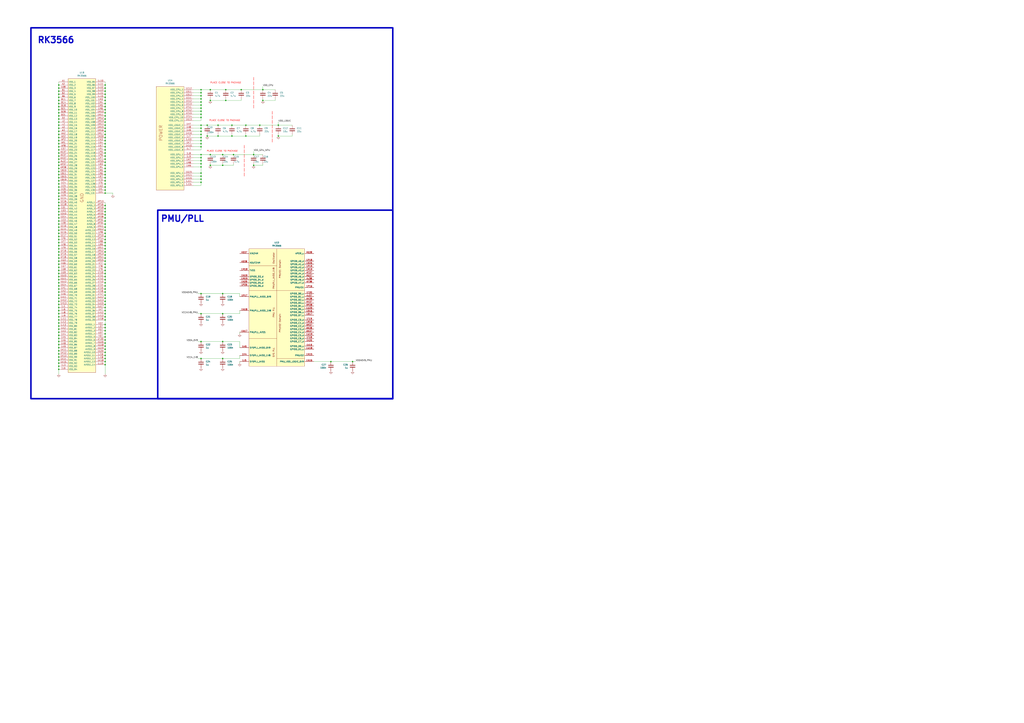
<source format=kicad_sch>
(kicad_sch (version 20250114) (generator "eeschema") (generator_version "9.0")
  (paper "A1")
  (rectangle (start 129.54 172.72) (end 322.58 327.66) (stroke (width 1.27)))
  (rectangle (start 25.4 22.86) (end 322.58 327.66) (stroke (width 1.27)))
  (text "PLACE CLOSE TO PACKAGE\n" (at 182.626 124.206 0) (effects (font (size 1.27 1.27))))
  (text "PLACE CLOSE TO PACKAGE\n" (at 184.658 99.06 0) (effects (font (size 1.27 1.27))))
  (text "PMU/PLL\n" (at 149.86 179.832 0) (effects (font (size 5.08 5.08) (thickness 1.016) (bold yes))))
  (text "RK3566\n" (at 45.974 33.02 0) (effects (font (size 5.08 5.08) (thickness 1.016) (bold yes))))
  (text "PLACE CLOSE TO PACKAGE\n" (at 185.42 68.072 0) (effects (font (size 1.27 1.27))))
  (junction (at 172.72 82.55))
  (junction (at 48.26 219.71))
  (junction (at 48.26 242.57))
  (junction (at 48.26 113.03))
  (junction (at 48.26 257.81))
  (junction (at 86.36 191.77))
  (junction (at 86.36 87.63))
  (junction (at 48.26 199.39))
  (junction (at 86.36 229.87))
  (junction (at 182.88 257.81))
  (junction (at 86.36 292.1))
  (junction (at 48.26 151.13))
  (junction (at 48.26 273.05))
  (junction (at 86.36 140.97))
  (junction (at 48.26 237.49))
  (junction (at 86.36 214.63))
  (junction (at 48.26 74.93))
  (junction (at 172.72 127))
  (junction (at 165.1 113.03))
  (junction (at 48.26 298.45))
  (junction (at 86.36 247.65))
  (junction (at 213.36 102.87))
  (junction (at 86.36 105.41))
  (junction (at 289.56 297.18))
  (junction (at 48.26 303.53))
  (junction (at 182.88 280.67))
  (junction (at 165.1 76.2))
  (junction (at 48.26 280.67))
  (junction (at 48.26 115.57))
  (junction (at 208.28 127))
  (junction (at 165.1 115.57))
  (junction (at 185.42 82.55))
  (junction (at 48.26 173.99))
  (junction (at 48.26 102.87))
  (junction (at 86.36 204.47))
  (junction (at 86.36 181.61))
  (junction (at 86.36 276.86))
  (junction (at 182.88 294.64))
  (junction (at 48.26 250.19))
  (junction (at 48.26 204.47))
  (junction (at 86.36 217.17))
  (junction (at 165.1 294.64))
  (junction (at 165.1 142.24))
  (junction (at 48.26 252.73))
  (junction (at 86.36 234.95))
  (junction (at 165.1 127))
  (junction (at 48.26 222.25))
  (junction (at 165.1 73.66))
  (junction (at 201.93 111.76))
  (junction (at 86.36 77.47))
  (junction (at 215.9 73.66))
  (junction (at 48.26 138.43))
  (junction (at 48.26 128.27))
  (junction (at 86.36 219.71))
  (junction (at 86.36 173.99))
  (junction (at 86.36 92.71))
  (junction (at 48.26 161.29))
  (junction (at 215.9 82.55))
  (junction (at 86.36 201.93))
  (junction (at 86.36 102.87))
  (junction (at 86.36 284.48))
  (junction (at 48.26 85.09))
  (junction (at 48.26 245.11))
  (junction (at 86.36 209.55))
  (junction (at 86.36 100.33))
  (junction (at 48.26 207.01))
  (junction (at 86.36 184.15))
  (junction (at 86.36 269.24))
  (junction (at 165.1 134.62))
  (junction (at 165.1 83.82))
  (junction (at 86.36 279.4))
  (junction (at 48.26 209.55))
  (junction (at 48.26 158.75))
  (junction (at 86.36 118.11))
  (junction (at 86.36 90.17))
  (junction (at 86.36 130.81))
  (junction (at 48.26 212.09))
  (junction (at 86.36 107.95))
  (junction (at 182.88 127))
  (junction (at 48.26 240.03))
  (junction (at 48.26 156.21))
  (junction (at 86.36 156.21))
  (junction (at 48.26 179.07))
  (junction (at 86.36 158.75))
  (junction (at 165.1 91.44))
  (junction (at 48.26 80.01))
  (junction (at 86.36 260.35))
  (junction (at 48.26 176.53))
  (junction (at 48.26 110.49))
  (junction (at 48.26 146.05))
  (junction (at 48.26 69.85))
  (junction (at 48.26 260.35))
  (junction (at 48.26 234.95))
  (junction (at 48.26 290.83))
  (junction (at 48.26 143.51))
  (junction (at 48.26 181.61))
  (junction (at 48.26 92.71))
  (junction (at 48.26 72.39))
  (junction (at 86.36 123.19))
  (junction (at 48.26 194.31))
  (junction (at 48.26 168.91))
  (junction (at 48.26 262.89))
  (junction (at 165.1 144.78))
  (junction (at 165.1 81.28))
  (junction (at 48.26 189.23))
  (junction (at 48.26 278.13))
  (junction (at 48.26 148.59))
  (junction (at 86.36 82.55))
  (junction (at 86.36 281.94))
  (junction (at 86.36 294.64))
  (junction (at 86.36 72.39))
  (junction (at 86.36 179.07))
  (junction (at 86.36 212.09))
  (junction (at 86.36 135.89))
  (junction (at 179.07 111.76))
  (junction (at 48.26 224.79))
  (junction (at 165.1 137.16))
  (junction (at 86.36 69.85))
  (junction (at 48.26 100.33))
  (junction (at 165.1 241.3))
  (junction (at 165.1 280.67))
  (junction (at 48.26 285.75))
  (junction (at 86.36 85.09))
  (junction (at 86.36 186.69))
  (junction (at 208.28 135.89))
  (junction (at 48.26 232.41))
  (junction (at 86.36 125.73))
  (junction (at 86.36 289.56))
  (junction (at 48.26 153.67))
  (junction (at 86.36 194.31))
  (junction (at 86.36 245.11))
  (junction (at 86.36 237.49))
  (junction (at 48.26 82.55))
  (junction (at 228.6 111.76))
  (junction (at 48.26 166.37))
  (junction (at 86.36 138.43))
  (junction (at 48.26 270.51))
  (junction (at 198.12 73.66))
  (junction (at 48.26 105.41))
  (junction (at 86.36 74.93))
  (junction (at 48.26 95.25))
  (junction (at 185.42 73.66))
  (junction (at 86.36 176.53))
  (junction (at 86.36 143.51))
  (junction (at 48.26 217.17))
  (junction (at 165.1 147.32))
  (junction (at 165.1 93.98))
  (junction (at 86.36 148.59))
  (junction (at 86.36 199.39))
  (junction (at 165.1 120.65))
  (junction (at 86.36 110.49))
  (junction (at 48.26 133.35))
  (junction (at 48.26 90.17))
  (junction (at 86.36 207.01))
  (junction (at 86.36 97.79))
  (junction (at 86.36 227.33))
  (junction (at 86.36 287.02))
  (junction (at 165.1 129.54))
  (junction (at 86.36 113.03))
  (junction (at 48.26 267.97))
  (junction (at 165.1 107.95))
  (junction (at 48.26 288.29))
  (junction (at 170.18 102.87))
  (junction (at 86.36 133.35))
  (junction (at 48.26 196.85))
  (junction (at 86.36 171.45))
  (junction (at 190.5 111.76))
  (junction (at 172.72 135.89))
  (junction (at 179.07 102.87))
  (junction (at 86.36 271.78))
  (junction (at 48.26 295.91))
  (junction (at 86.36 297.18))
  (junction (at 86.36 274.32))
  (junction (at 48.26 123.19))
  (junction (at 48.26 293.37))
  (junction (at 165.1 105.41))
  (junction (at 86.36 257.81))
  (junction (at 165.1 110.49))
  (junction (at 86.36 146.05))
  (junction (at 48.26 283.21))
  (junction (at 86.36 242.57))
  (junction (at 182.88 241.3))
  (junction (at 86.36 80.01))
  (junction (at 48.26 255.27))
  (junction (at 48.26 120.65))
  (junction (at 86.36 222.25))
  (junction (at 48.26 77.47))
  (junction (at 48.26 229.87))
  (junction (at 165.1 78.74))
  (junction (at 86.36 262.89))
  (junction (at 165.1 86.36))
  (junction (at 86.36 120.65))
  (junction (at 86.36 266.7))
  (junction (at 165.1 102.87))
  (junction (at 86.36 240.03))
  (junction (at 48.26 275.59))
  (junction (at 165.1 96.52))
  (junction (at 48.26 125.73))
  (junction (at 86.36 115.57))
  (junction (at 86.36 189.23))
  (junction (at 48.26 163.83))
  (junction (at 86.36 128.27))
  (junction (at 86.36 224.79))
  (junction (at 172.72 73.66))
  (junction (at 48.26 87.63))
  (junction (at 48.26 214.63))
  (junction (at 48.26 171.45))
  (junction (at 86.36 255.27))
  (junction (at 86.36 299.72))
  (junction (at 48.26 97.79))
  (junction (at 170.18 111.76))
  (junction (at 86.36 95.25))
  (junction (at 86.36 153.67))
  (junction (at 48.26 107.95))
  (junction (at 86.36 232.41))
  (junction (at 48.26 227.33))
  (junction (at 48.26 186.69))
  (junction (at 48.26 191.77))
  (junction (at 165.1 88.9))
  (junction (at 165.1 257.81))
  (junction (at 48.26 247.65))
  (junction (at 86.36 151.13))
  (junction (at 165.1 149.86))
  (junction (at 48.26 140.97))
  (junction (at 165.1 132.08))
  (junction (at 48.26 118.11))
  (junction (at 191.77 127))
  (junction (at 48.26 201.93))
  (junction (at 190.5 102.87))
  (junction (at 271.78 297.18))
  (junction (at 86.36 250.19))
  (junction (at 48.26 300.99))
  (junction (at 86.36 168.91))
  (junction (at 48.26 265.43))
  (junction (at 165.1 118.11))
  (junction (at 182.88 135.89))
  (junction (at 86.36 252.73))
  (junction (at 201.93 102.87))
  (junction (at 228.6 102.87))
  (junction (at 48.26 130.81))
  (junction (at 86.36 196.85))
  (junction (at 48.26 135.89))
  (junction (at 48.26 184.15))
  (wire (pts (xy 271.78 297.18) (xy 257.81 297.18)))
  (wire (pts (xy 86.36 123.19) (xy 86.36 125.73)))
  (wire (pts (xy 213.36 111.76) (xy 213.36 110.49)))
  (wire (pts (xy 165.1 134.62) (xy 165.1 137.16)))
  (wire (pts (xy 179.07 102.87) (xy 190.5 102.87)))
  (wire (pts (xy 86.36 217.17) (xy 86.36 219.71)))
  (wire (pts (xy 86.36 281.94) (xy 86.36 284.48)))
  (wire (pts (xy 86.36 274.32) (xy 86.36 276.86)))
  (wire (pts (xy 86.36 222.25) (xy 86.36 224.79)))
  (wire (pts (xy 48.26 148.59) (xy 48.26 151.13)))
  (wire (pts (xy 86.36 287.02) (xy 86.36 289.56)))
  (wire (pts (xy 215.9 73.66) (xy 226.06 73.66)))
  (wire (pts (xy 165.1 115.57) (xy 165.1 118.11)))
  (wire (pts (xy 215.9 82.55) (xy 215.9 81.28)))
  (wire (pts (xy 158.75 81.28) (xy 165.1 81.28)))
  (wire (pts (xy 48.26 224.79) (xy 48.26 227.33)))
  (wire (pts (xy 213.36 102.87) (xy 228.6 102.87)))
  (wire (pts (xy 86.36 234.95) (xy 86.36 237.49)))
  (wire (pts (xy 48.26 69.85) (xy 48.26 72.39)))
  (polyline (pts (xy 223.52 116.84) (xy 223.52 91.44)) (stroke (width 0.254) (type dash) (color 255 0 0 1)))
  (wire (pts (xy 48.26 278.13) (xy 48.26 280.67)))
  (wire (pts (xy 48.26 219.71) (xy 48.26 222.25)))
  (wire (pts (xy 215.9 134.62) (xy 215.9 135.89)))
  (wire (pts (xy 86.36 191.77) (xy 86.36 194.31)))
  (wire (pts (xy 86.36 140.97) (xy 86.36 143.51)))
  (wire (pts (xy 48.26 240.03) (xy 48.26 242.57)))
  (wire (pts (xy 86.36 118.11) (xy 86.36 120.65)))
  (wire (pts (xy 182.88 134.62) (xy 182.88 135.89)))
  (wire (pts (xy 165.1 142.24) (xy 165.1 144.78)))
  (wire (pts (xy 86.36 247.65) (xy 86.36 250.19)))
  (wire (pts (xy 86.36 289.56) (xy 86.36 292.1)))
  (wire (pts (xy 48.26 77.47) (xy 48.26 80.01)))
  (wire (pts (xy 86.36 107.95) (xy 86.36 110.49)))
  (wire (pts (xy 201.93 102.87) (xy 213.36 102.87)))
  (wire (pts (xy 48.26 283.21) (xy 48.26 285.75)))
  (wire (pts (xy 86.36 110.49) (xy 86.36 113.03)))
  (wire (pts (xy 48.26 120.65) (xy 48.26 123.19)))
  (wire (pts (xy 86.36 72.39) (xy 86.36 74.93)))
  (wire (pts (xy 48.26 146.05) (xy 48.26 148.59)))
  (wire (pts (xy 170.18 111.76) (xy 179.07 111.76)))
  (wire (pts (xy 158.75 142.24) (xy 165.1 142.24)))
  (wire (pts (xy 48.26 80.01) (xy 48.26 82.55)))
  (wire (pts (xy 86.36 212.09) (xy 86.36 214.63)))
  (wire (pts (xy 158.75 129.54) (xy 165.1 129.54)))
  (wire (pts (xy 158.75 73.66) (xy 165.1 73.66)))
  (wire (pts (xy 86.36 128.27) (xy 86.36 130.81)))
  (wire (pts (xy 48.26 143.51) (xy 48.26 146.05)))
  (wire (pts (xy 240.03 111.76) (xy 240.03 110.49)))
  (wire (pts (xy 86.36 186.69) (xy 86.36 189.23)))
  (wire (pts (xy 172.72 134.62) (xy 172.72 135.89)))
  (wire (pts (xy 158.75 102.87) (xy 165.1 102.87)))
  (wire (pts (xy 48.26 140.97) (xy 48.26 143.51)))
  (wire (pts (xy 86.36 85.09) (xy 86.36 87.63)))
  (wire (pts (xy 48.26 267.97) (xy 48.26 270.51)))
  (wire (pts (xy 201.93 111.76) (xy 213.36 111.76)))
  (wire (pts (xy 48.26 300.99) (xy 48.26 303.53)))
  (wire (pts (xy 48.26 189.23) (xy 48.26 191.77)))
  (wire (pts (xy 86.36 171.45) (xy 86.36 173.99)))
  (wire (pts (xy 48.26 105.41) (xy 48.26 107.95)))
  (wire (pts (xy 48.26 234.95) (xy 48.26 237.49)))
  (wire (pts (xy 158.75 127) (xy 165.1 127)))
  (wire (pts (xy 48.26 153.67) (xy 48.26 156.21)))
  (wire (pts (xy 185.42 82.55) (xy 172.72 82.55)))
  (wire (pts (xy 158.75 99.06) (xy 165.1 99.06)))
  (wire (pts (xy 179.07 111.76) (xy 179.07 110.49)))
  (wire (pts (xy 172.72 135.89) (xy 182.88 135.89)))
  (wire (pts (xy 48.26 156.21) (xy 48.26 158.75)))
  (wire (pts (xy 48.26 171.45) (xy 48.26 173.99)))
  (wire (pts (xy 170.18 111.76) (xy 170.18 110.49)))
  (wire (pts (xy 158.75 86.36) (xy 165.1 86.36)))
  (wire (pts (xy 48.26 262.89) (xy 48.26 265.43)))
  (wire (pts (xy 228.6 111.76) (xy 240.03 111.76)))
  (wire (pts (xy 86.36 97.79) (xy 86.36 100.33)))
  (wire (pts (xy 165.1 83.82) (xy 165.1 86.36)))
  (wire (pts (xy 86.36 176.53) (xy 86.36 179.07)))
  (wire (pts (xy 86.36 184.15) (xy 86.36 186.69)))
  (wire (pts (xy 48.26 113.03) (xy 48.26 115.57)))
  (wire (pts (xy 48.26 87.63) (xy 48.26 90.17)))
  (wire (pts (xy 48.26 125.73) (xy 48.26 128.27)))
  (wire (pts (xy 48.26 151.13) (xy 48.26 153.67)))
  (wire (pts (xy 86.36 189.23) (xy 86.36 191.77)))
  (wire (pts (xy 48.26 92.71) (xy 48.26 95.25)))
  (wire (pts (xy 48.26 97.79) (xy 48.26 100.33)))
  (wire (pts (xy 165.1 280.67) (xy 182.88 280.67)))
  (wire (pts (xy 86.36 133.35) (xy 86.36 135.89)))
  (wire (pts (xy 162.56 257.81) (xy 165.1 257.81)))
  (wire (pts (xy 165.1 91.44) (xy 165.1 93.98)))
  (wire (pts (xy 48.26 173.99) (xy 48.26 176.53)))
  (wire (pts (xy 292.1 297.18) (xy 289.56 297.18)))
  (wire (pts (xy 165.1 147.32) (xy 165.1 149.86)))
  (wire (pts (xy 48.26 265.43) (xy 48.26 267.97)))
  (wire (pts (xy 182.88 127) (xy 191.77 127)))
  (wire (pts (xy 48.26 199.39) (xy 48.26 201.93)))
  (wire (pts (xy 162.56 241.3) (xy 165.1 241.3)))
  (wire (pts (xy 86.36 67.31) (xy 86.36 69.85)))
  (wire (pts (xy 48.26 74.93) (xy 48.26 77.47)))
  (wire (pts (xy 86.36 130.81) (xy 86.36 133.35)))
  (wire (pts (xy 48.26 82.55) (xy 48.26 85.09)))
  (wire (pts (xy 48.26 179.07) (xy 48.26 181.61)))
  (wire (pts (xy 48.26 123.19) (xy 48.26 125.73)))
  (wire (pts (xy 198.12 82.55) (xy 198.12 81.28)))
  (wire (pts (xy 196.85 280.67) (xy 196.85 285.75)))
  (wire (pts (xy 86.36 120.65) (xy 86.36 123.19)))
  (wire (pts (xy 226.06 82.55) (xy 226.06 81.28)))
  (wire (pts (xy 158.75 132.08) (xy 165.1 132.08)))
  (wire (pts (xy 191.77 134.62) (xy 191.77 135.89)))
  (wire (pts (xy 48.26 245.11) (xy 48.26 247.65)))
  (wire (pts (xy 86.36 240.03) (xy 86.36 242.57)))
  (wire (pts (xy 86.36 294.64) (xy 86.36 297.18)))
  (wire (pts (xy 196.85 274.32) (xy 196.85 273.05)))
  (wire (pts (xy 165.1 107.95) (xy 165.1 110.49)))
  (wire (pts (xy 48.26 138.43) (xy 48.26 140.97)))
  (wire (pts (xy 86.36 105.41) (xy 86.36 107.95)))
  (wire (pts (xy 48.26 295.91) (xy 48.26 298.45)))
  (wire (pts (xy 86.36 181.61) (xy 86.36 184.15)))
  (wire (pts (xy 86.36 219.71) (xy 86.36 222.25)))
  (wire (pts (xy 215.9 71.12) (xy 215.9 73.66)))
  (wire (pts (xy 158.75 152.4) (xy 165.1 152.4)))
  (wire (pts (xy 86.36 138.43) (xy 86.36 140.97)))
  (wire (pts (xy 165.1 93.98) (xy 165.1 96.52)))
  (wire (pts (xy 86.36 196.85) (xy 86.36 199.39)))
  (wire (pts (xy 158.75 120.65) (xy 165.1 120.65)))
  (wire (pts (xy 158.75 144.78) (xy 165.1 144.78)))
  (wire (pts (xy 48.26 285.75) (xy 48.26 288.29)))
  (wire (pts (xy 185.42 81.28) (xy 185.42 82.55)))
  (wire (pts (xy 86.36 143.51) (xy 86.36 146.05)))
  (wire (pts (xy 208.28 135.89) (xy 215.9 135.89)))
  (wire (pts (xy 179.07 111.76) (xy 190.5 111.76)))
  (wire (pts (xy 48.26 85.09) (xy 48.26 87.63)))
  (wire (pts (xy 208.28 124.46) (xy 208.28 127)))
  (wire (pts (xy 92.71 158.75) (xy 92.71 160.02)))
  (wire (pts (xy 48.26 212.09) (xy 48.26 214.63)))
  (wire (pts (xy 198.12 73.66) (xy 215.9 73.66)))
  (wire (pts (xy 158.75 83.82) (xy 165.1 83.82)))
  (wire (pts (xy 86.36 255.27) (xy 86.36 257.81)))
  (wire (pts (xy 86.36 260.35) (xy 86.36 262.89)))
  (wire (pts (xy 165.1 81.28) (xy 165.1 83.82)))
  (wire (pts (xy 86.36 262.89) (xy 86.36 266.7)))
  (wire (pts (xy 48.26 270.51) (xy 48.26 273.05)))
  (wire (pts (xy 86.36 135.89) (xy 86.36 138.43)))
  (wire (pts (xy 48.26 293.37) (xy 48.26 295.91)))
  (wire (pts (xy 158.75 91.44) (xy 165.1 91.44)))
  (wire (pts (xy 86.36 250.19) (xy 86.36 252.73)))
  (wire (pts (xy 86.36 201.93) (xy 86.36 204.47)))
  (wire (pts (xy 86.36 257.81) (xy 86.36 260.35)))
  (wire (pts (xy 165.1 88.9) (xy 165.1 91.44)))
  (wire (pts (xy 165.1 96.52) (xy 165.1 99.06)))
  (wire (pts (xy 191.77 135.89) (xy 182.88 135.89)))
  (wire (pts (xy 190.5 111.76) (xy 201.93 111.76)))
  (wire (pts (xy 86.36 242.57) (xy 86.36 245.11)))
  (wire (pts (xy 86.36 125.73) (xy 86.36 128.27)))
  (wire (pts (xy 86.36 269.24) (xy 86.36 271.78)))
  (wire (pts (xy 48.26 176.53) (xy 48.26 179.07)))
  (wire (pts (xy 158.75 107.95) (xy 165.1 107.95)))
  (wire (pts (xy 165.1 73.66) (xy 165.1 76.2)))
  (wire (pts (xy 182.88 257.81) (xy 196.85 257.81)))
  (wire (pts (xy 165.1 241.3) (xy 182.88 241.3)))
  (wire (pts (xy 158.75 76.2) (xy 165.1 76.2)))
  (wire (pts (xy 48.26 288.29) (xy 48.26 290.83)))
  (wire (pts (xy 48.26 118.11) (xy 48.26 120.65)))
  (wire (pts (xy 48.26 250.19) (xy 48.26 252.73)))
  (wire (pts (xy 172.72 127) (xy 182.88 127)))
  (wire (pts (xy 86.36 80.01) (xy 86.36 82.55)))
  (wire (pts (xy 86.36 179.07) (xy 86.36 181.61)))
  (wire (pts (xy 162.56 280.67) (xy 165.1 280.67)))
  (wire (pts (xy 86.36 92.71) (xy 86.36 95.25)))
  (wire (pts (xy 158.75 115.57) (xy 165.1 115.57)))
  (wire (pts (xy 48.26 158.75) (xy 48.26 161.29)))
  (wire (pts (xy 86.36 245.11) (xy 86.36 247.65)))
  (wire (pts (xy 158.75 134.62) (xy 165.1 134.62)))
  (wire (pts (xy 228.6 100.33) (xy 228.6 102.87)))
  (wire (pts (xy 86.36 224.79) (xy 86.36 227.33)))
  (wire (pts (xy 165.1 129.54) (xy 165.1 132.08)))
  (wire (pts (xy 48.26 107.95) (xy 48.26 110.49)))
  (wire (pts (xy 158.75 123.19) (xy 165.1 123.19)))
  (wire (pts (xy 86.36 95.25) (xy 86.36 97.79)))
  (wire (pts (xy 48.26 298.45) (xy 48.26 300.99)))
  (wire (pts (xy 86.36 158.75) (xy 92.71 158.75)))
  (wire (pts (xy 158.75 88.9) (xy 165.1 88.9)))
  (wire (pts (xy 86.36 207.01) (xy 86.36 209.55)))
  (wire (pts (xy 86.36 173.99) (xy 86.36 176.53)))
  (wire (pts (xy 86.36 69.85) (xy 86.36 72.39)))
  (wire (pts (xy 48.26 194.31) (xy 48.26 196.85)))
  (wire (pts (xy 86.36 204.47) (xy 86.36 207.01)))
  (wire (pts (xy 48.26 161.29) (xy 48.26 163.83)))
  (wire (pts (xy 172.72 82.55) (xy 172.72 81.28)))
  (wire (pts (xy 228.6 102.87) (xy 240.03 102.87)))
  (wire (pts (xy 48.26 207.01) (xy 48.26 209.55)))
  (wire (pts (xy 48.26 237.49) (xy 48.26 240.03)))
  (wire (pts (xy 48.26 217.17) (xy 48.26 219.71)))
  (wire (pts (xy 48.26 181.61) (xy 48.26 184.15)))
  (wire (pts (xy 48.26 110.49) (xy 48.26 113.03)))
  (wire (pts (xy 86.36 100.33) (xy 86.36 102.87)))
  (wire (pts (xy 86.36 276.86) (xy 86.36 279.4)))
  (wire (pts (xy 196.85 257.81) (xy 196.85 255.27)))
  (wire (pts (xy 86.36 74.93) (xy 86.36 77.47)))
  (wire (pts (xy 48.26 186.69) (xy 48.26 189.23)))
  (wire (pts (xy 48.26 166.37) (xy 48.26 168.91)))
  (wire (pts (xy 165.1 120.65) (xy 165.1 123.19)))
  (wire (pts (xy 48.26 290.83) (xy 48.26 293.37)))
  (wire (pts (xy 86.36 227.33) (xy 86.36 229.87)))
  (wire (pts (xy 215.9 82.55) (xy 226.06 82.55)))
  (wire (pts (xy 86.36 284.48) (xy 86.36 287.02)))
  (wire (pts (xy 48.26 303.53) (xy 48.26 307.34)))
  (wire (pts (xy 48.26 115.57) (xy 48.26 118.11)))
  (wire (pts (xy 86.36 77.47) (xy 86.36 80.01)))
  (wire (pts (xy 165.1 73.66) (xy 172.72 73.66)))
  (wire (pts (xy 86.36 292.1) (xy 86.36 294.64)))
  (wire (pts (xy 86.36 156.21) (xy 86.36 158.75)))
  (wire (pts (xy 190.5 102.87) (xy 201.93 102.87)))
  (wire (pts (xy 196.85 241.3) (xy 196.85 243.84)))
  (wire (pts (xy 86.36 148.59) (xy 86.36 151.13)))
  (wire (pts (xy 48.26 102.87) (xy 48.26 105.41)))
  (wire (pts (xy 48.26 133.35) (xy 48.26 135.89)))
  (wire (pts (xy 86.36 168.91) (xy 86.36 171.45)))
  (wire (pts (xy 48.26 229.87) (xy 48.26 232.41)))
  (wire (pts (xy 48.26 222.25) (xy 48.26 224.79)))
  (wire (pts (xy 165.1 102.87) (xy 165.1 105.41)))
  (wire (pts (xy 86.36 299.72) (xy 86.36 307.34)))
  (wire (pts (xy 86.36 199.39) (xy 86.36 201.93)))
  (wire (pts (xy 158.75 78.74) (xy 165.1 78.74)))
  (wire (pts (xy 185.42 73.66) (xy 198.12 73.66)))
  (wire (pts (xy 86.36 229.87) (xy 86.36 232.41)))
  (wire (pts (xy 48.26 257.81) (xy 48.26 260.35)))
  (wire (pts (xy 185.42 82.55) (xy 198.12 82.55)))
  (wire (pts (xy 208.28 134.62) (xy 208.28 135.89)))
  (wire (pts (xy 158.75 96.52) (xy 165.1 96.52)))
  (wire (pts (xy 165.1 86.36) (xy 165.1 88.9)))
  (wire (pts (xy 208.28 127) (xy 215.9 127)))
  (wire (pts (xy 172.72 73.66) (xy 185.42 73.66)))
  (wire (pts (xy 86.36 279.4) (xy 86.36 281.94)))
  (wire (pts (xy 191.77 127) (xy 208.28 127)))
  (wire (pts (xy 165.1 294.64) (xy 182.88 294.64)))
  (wire (pts (xy 48.26 90.17) (xy 48.26 92.71)))
  (wire (pts (xy 165.1 76.2) (xy 165.1 78.74)))
  (wire (pts (xy 48.26 72.39) (xy 48.26 74.93)))
  (wire (pts (xy 190.5 111.76) (xy 190.5 110.49)))
  (wire (pts (xy 165.1 132.08) (xy 165.1 134.62)))
  (wire (pts (xy 201.93 111.76) (xy 201.93 110.49)))
  (wire (pts (xy 48.26 232.41) (xy 48.26 234.95)))
  (wire (pts (xy 158.75 147.32) (xy 165.1 147.32)))
  (wire (pts (xy 165.1 102.87) (xy 170.18 102.87)))
  (wire (pts (xy 165.1 118.11) (xy 165.1 120.65)))
  (wire (pts (xy 86.36 115.57) (xy 86.36 118.11)))
  (wire (pts (xy 170.18 102.87) (xy 179.07 102.87)))
  (wire (pts (xy 86.36 166.37) (xy 86.36 168.91)))
  (wire (pts (xy 86.36 214.63) (xy 86.36 217.17)))
  (wire (pts (xy 228.6 110.49) (xy 228.6 111.76)))
  (wire (pts (xy 48.26 242.57) (xy 48.26 245.11)))
  (polyline (pts (xy 208.28 88.9) (xy 208.28 63.5)) (stroke (width 0.254) (type dash) (color 255 0 0 1)))
  (wire (pts (xy 196.85 294.64) (xy 196.85 292.1)))
  (wire (pts (xy 48.26 184.15) (xy 48.26 186.69)))
  (wire (pts (xy 86.36 237.49) (xy 86.36 240.03)))
  (wire (pts (xy 48.26 280.67) (xy 48.26 283.21)))
  (wire (pts (xy 86.36 194.31) (xy 86.36 196.85)))
  (wire (pts (xy 86.36 82.55) (xy 86.36 85.09)))
  (wire (pts (xy 48.26 273.05) (xy 48.26 275.59)))
  (wire (pts (xy 48.26 191.77) (xy 48.26 194.31)))
  (wire (pts (xy 86.36 102.87) (xy 86.36 105.41)))
  (wire (pts (xy 48.26 95.25) (xy 48.26 97.79)))
  (wire (pts (xy 86.36 113.03) (xy 86.36 115.57)))
  (wire (pts (xy 165.1 127) (xy 172.72 127)))
  (wire (pts (xy 48.26 275.59) (xy 48.26 278.13)))
  (wire (pts (xy 48.26 252.73) (xy 48.26 255.27)))
  (wire (pts (xy 165.1 113.03) (xy 165.1 115.57)))
  (wire (pts (xy 48.26 227.33) (xy 48.26 229.87)))
  (wire (pts (xy 165.1 137.16) (xy 165.1 142.24)))
  (wire (pts (xy 182.88 294.64) (xy 196.85 294.64)))
  (wire (pts (xy 165.1 110.49) (xy 165.1 113.03)))
  (wire (pts (xy 48.26 260.35) (xy 48.26 262.89)))
  (wire (pts (xy 48.26 67.31) (xy 48.26 69.85)))
  (wire (pts (xy 158.75 93.98) (xy 165.1 93.98)))
  (wire (pts (xy 165.1 257.81) (xy 182.88 257.81)))
  (wire (pts (xy 86.36 252.73) (xy 86.36 255.27)))
  (wire (pts (xy 196.85 297.18) (xy 196.85 298.45)))
  (wire (pts (xy 48.26 247.65) (xy 48.26 250.19)))
  (wire (pts (xy 48.26 196.85) (xy 48.26 199.39)))
  (wire (pts (xy 48.26 128.27) (xy 48.26 130.81)))
  (wire (pts (xy 158.75 110.49) (xy 165.1 110.49)))
  (wire (pts (xy 48.26 168.91) (xy 48.26 171.45)))
  (wire (pts (xy 86.36 209.55) (xy 86.36 212.09)))
  (wire (pts (xy 158.75 105.41) (xy 165.1 105.41)))
  (wire (pts (xy 165.1 127) (xy 165.1 129.54)))
  (wire (pts (xy 86.36 146.05) (xy 86.36 148.59)))
  (wire (pts (xy 158.75 149.86) (xy 165.1 149.86)))
  (wire (pts (xy 48.26 214.63) (xy 48.26 217.17)))
  (polyline (pts (xy 200.66 144.78) (xy 200.66 119.38)) (stroke (width 0.254) (type dash) (color 255 0 0 1)))
  (wire (pts (xy 158.75 137.16) (xy 165.1 137.16)))
  (wire (pts (xy 48.26 130.81) (xy 48.26 133.35)))
  (wire (pts (xy 48.26 201.93) (xy 48.26 204.47)))
  (wire (pts (xy 182.88 241.3) (xy 196.85 241.3)))
  (wire (pts (xy 86.36 271.78) (xy 86.36 274.32)))
  (wire (pts (xy 86.36 153.67) (xy 86.36 156.21)))
  (wire (pts (xy 86.36 151.13) (xy 86.36 153.67)))
  (wire (pts (xy 48.26 100.33) (xy 48.26 102.87)))
  (wire (pts (xy 48.26 209.55) (xy 48.26 212.09)))
  (wire (pts (xy 162.56 294.64) (xy 165.1 294.64)))
  (wire (pts (xy 165.1 144.78) (xy 165.1 147.32)))
  (wire (pts (xy 182.88 280.67) (xy 196.85 280.67)))
  (wire (pts (xy 165.1 105.41) (xy 165.1 107.95)))
  (wire (pts (xy 165.1 149.86) (xy 165.1 152.4)))
  (wire (pts (xy 48.26 135.89) (xy 48.26 138.43)))
  (wire (pts (xy 48.26 255.27) (xy 48.26 257.81)))
  (wire (pts (xy 158.75 113.03) (xy 165.1 113.03)))
  (wire (pts (xy 48.26 163.83) (xy 48.26 166.37)))
  (wire (pts (xy 48.26 204.47) (xy 48.26 207.01)))
  (wire (pts (xy 165.1 78.74) (xy 165.1 81.28)))
  (wire (pts (xy 158.75 118.11) (xy 165.1 118.11)))
  (wire (pts (xy 86.36 232.41) (xy 86.36 234.95)))
  (wire (pts (xy 86.36 90.17) (xy 86.36 92.71)))
  (wire (pts (xy 86.36 87.63) (xy 86.36 90.17)))
  (wire (pts (xy 289.56 297.18) (xy 271.78 297.18)))
  (wire (pts (xy 86.36 266.7) (xy 86.36 269.24)))
  (wire (pts (xy 86.36 297.18) (xy 86.36 299.72)))
  (label "VDDA_0V9" (at 162.56 280.67 180))
  (label "VDDA0V9_PMU" (at 292.1 297.18 0))
  (label "VCCA1V8_PMU" (at 162.56 257.81 180))
  (label "VDDA0V9_PMU" (at 162.56 241.3 180))
  (label "VCCA_1V8" (at 162.56 294.64 180))
  (label "VDD_GPU_NPU" (at 208.28 124.46 0))
  (label "VDD_LOGIC" (at 228.6 100.33 0))
  (label "VDD_CPU" (at 215.9 71.12 0))
  (symbol (lib_id "power:GND") (at 48.26 307.34 0) (unit 1)
    (property "Reference" "#PWR0207" (effects (hide yes)))
    (property "Value" "GND" (effects (hide yes)))
  )
  (symbol (lib_id "Device:C") (at 226.06 77.47 0) (unit 1)
    (property "Reference" "C5" (at 229.87 76.1999 0) (effects (justify left)))
    (property "Value" "22u" (at 229.87 78.7399 0) (effects (justify left)))
    (property "Description" "Unpolarized capacitor" (effects (hide yes)))
  )
  (symbol (lib_id "Device:C") (at 182.88 245.11 0) (unit 1)
    (property "Reference" "C18" (at 186.69 243.8399 0) (effects (justify left)))
    (property "Value" "100n" (at 186.69 246.3799 0) (effects (justify left)))
    (property "Description" "Unpolarized capacitor" (effects (hide yes)))
  )
  (symbol (lib_name "GND_1") (lib_id "power:GND") (at 196.85 298.45 0) (unit 1)
    (property "Reference" "#PWR02" (effects (hide yes)))
    (property "Value" "GND" (effects (hide yes)))
    (property "Description" "Power symbol creates a global label with name \"GND\" , ground" (effects (hide yes)))
  )
  (symbol (lib_id "Device:C") (at 213.36 106.68 0) (unit 1)
    (property "Reference" "C9" (at 217.17 105.4099 0) (effects (justify left)))
    (property "Value" "22u" (at 217.17 107.9499 0) (effects (justify left)))
    (property "Description" "Unpolarized capacitor" (effects (hide yes)))
  )
  (symbol (lib_id "Device:C") (at 179.07 106.68 0) (unit 1)
    (property "Reference" "C6" (at 182.88 105.4099 0) (effects (justify left)))
    (property "Value" "4.7u" (at 182.88 107.9499 0) (effects (justify left)))
    (property "Description" "Unpolarized capacitor" (effects (hide yes)))
  )
  (symbol (lib_id "Device:C") (at 190.5 106.68 0) (unit 1)
    (property "Reference" "C7" (at 194.31 105.4099 0) (effects (justify left)))
    (property "Value" "4.7u" (at 194.31 107.9499 0) (effects (justify left)))
    (property "Description" "Unpolarized capacitor" (effects (hide yes)))
  )
  (symbol (lib_id "Device:C") (at 208.28 130.81 0) (unit 1)
    (property "Reference" "C17" (at 208.788 128.778 0) (effects (justify left)))
    (property "Value" "10u" (at 208.788 132.842 0) (effects (justify left)))
    (property "Description" "Unpolarized capacitor" (effects (hide yes)))
  )
  (symbol (lib_name "GND_1") (lib_id "power:GND") (at 165.1 288.29 0) (unit 1)
    (property "Reference" "#PWR07" (effects (hide yes)))
    (property "Value" "GND" (effects (hide yes)))
    (property "Description" "Power symbol creates a global label with name \"GND\" , ground" (effects (hide yes)))
  )
  (symbol (lib_id "power:GND") (at 170.18 111.76 0) (unit 1)
    (property "Reference" "#PWR0212" (effects (hide yes)))
    (property "Value" "GND" (effects (hide yes)))
  )
  (symbol (lib_id "Device:C") (at 165.1 284.48 0) (unit 1)
    (property "Reference" "C22" (at 168.91 283.2099 0) (effects (justify left)))
    (property "Value" "1u" (at 168.91 285.75 0) (effects (justify left)))
    (property "Description" "Unpolarized capacitor" (effects (hide yes)))
  )
  (symbol (lib_name "GND_1") (lib_id "power:GND") (at 182.88 302.26 0) (unit 1)
    (property "Reference" "#PWR010" (effects (hide yes)))
    (property "Value" "GND" (effects (hide yes)))
    (property "Description" "Power symbol creates a global label with name \"GND\" , ground" (effects (hide yes)))
  )
  (symbol (lib_id "power:GND") (at 215.9 82.55 0) (unit 1)
    (property "Reference" "#PWR0211" (effects (hide yes)))
    (property "Value" "GND" (effects (hide yes)))
  )
  (symbol (lib_id "Device:C") (at 228.6 106.68 0) (unit 1)
    (property "Reference" "C12" (at 232.41 105.4099 0) (effects (justify left)))
    (property "Value" "10u" (at 232.41 107.9499 0) (effects (justify left)))
    (property "Description" "Unpolarized capacitor" (effects (hide yes)))
  )
  (symbol (lib_id "Device:C") (at 172.72 130.81 0) (unit 1)
    (property "Reference" "C13" (at 173.228 128.778 0) (effects (justify left)))
    (property "Value" "100n" (at 173.228 132.842 0) (effects (justify left)))
    (property "Description" "Unpolarized capacitor" (effects (hide yes)))
  )
  (symbol (lib_id "SMB-CPU-Rockchip-RK3566:RK3566") (at 67.31 134.62 0) (unit 2)
    (property "Reference" "U1" (at 67.31 59.69 0))
    (property "Value" "RK3566" (at 67.31 62.23 0))
  )
  (symbol (lib_id "Device:C") (at 182.88 261.62 0) (unit 1)
    (property "Reference" "C20" (at 186.69 260.3499 0) (effects (justify left)))
    (property "Value" "100n" (at 186.69 262.8899 0) (effects (justify left)))
    (property "Description" "Unpolarized capacitor" (effects (hide yes)))
  )
  (symbol (lib_id "power:GND") (at 92.71 160.02 0) (unit 1)
    (property "Reference" "#PWR0209" (effects (hide yes)))
    (property "Value" "GND" (effects (hide yes)))
  )
  (symbol (lib_name "GND_1") (lib_id "power:GND") (at 165.1 302.26 0) (unit 1)
    (property "Reference" "#PWR09" (effects (hide yes)))
    (property "Value" "GND" (effects (hide yes)))
    (property "Description" "Power symbol creates a global label with name \"GND\" , ground" (effects (hide yes)))
  )
  (symbol (lib_id "Device:C") (at 165.1 298.45 0) (unit 1)
    (property "Reference" "C24" (at 168.91 297.1799 0) (effects (justify left)))
    (property "Value" "1u" (at 168.91 299.72 0) (effects (justify left)))
    (property "Description" "Unpolarized capacitor" (effects (hide yes)))
  )
  (symbol (lib_id "power:GND") (at 208.28 135.89 0) (unit 1)
    (property "Reference" "#PWR0215" (effects (hide yes)))
    (property "Value" "GND" (effects (hide yes)))
  )
  (symbol (lib_name "GND_1") (lib_id "power:GND") (at 165.1 248.92 0) (unit 1)
    (property "Reference" "#PWR03" (effects (hide yes)))
    (property "Value" "GND" (effects (hide yes)))
    (property "Description" "Power symbol creates a global label with name \"GND\" , ground" (effects (hide yes)))
  )
  (symbol (lib_id "Device:C") (at 271.78 300.99 0) (mirror y) (unit 1)
    (property "Reference" "C27" (at 267.97 299.7199 0) (effects (justify left)))
    (property "Value" "100n" (at 267.97 302.2599 0) (effects (justify left)))
    (property "Description" "Unpolarized capacitor" (effects (hide yes)))
  )
  (symbol (lib_id "power:GND") (at 172.72 135.89 0) (unit 1)
    (property "Reference" "#PWR0214" (effects (hide yes)))
    (property "Value" "GND" (effects (hide yes)))
  )
  (symbol (lib_id "Device:C") (at 170.18 106.68 0) (unit 1)
    (property "Reference" "C10" (at 170.688 104.648 0) (effects (justify left)))
    (property "Value" "100n" (at 170.688 108.712 0) (effects (justify left)))
    (property "Description" "Unpolarized capacitor" (effects (hide yes)))
  )
  (symbol (lib_name "GND_1") (lib_id "power:GND") (at 196.85 274.32 0) (unit 1)
    (property "Reference" "#PWR01" (effects (hide yes)))
    (property "Value" "GND" (effects (hide yes)))
    (property "Description" "Power symbol creates a global label with name \"GND\" , ground" (effects (hide yes)))
  )
  (symbol (lib_id "Device:C") (at 215.9 77.47 0) (unit 1)
    (property "Reference" "C4" (at 219.71 76.1999 0) (effects (justify left)))
    (property "Value" "22u" (at 219.71 78.7399 0) (effects (justify left)))
    (property "Description" "Unpolarized capacitor" (effects (hide yes)))
  )
  (symbol (lib_name "GND_1") (lib_id "power:GND") (at 182.88 288.29 0) (unit 1)
    (property "Reference" "#PWR08" (effects (hide yes)))
    (property "Value" "GND" (effects (hide yes)))
    (property "Description" "Power symbol creates a global label with name \"GND\" , ground" (effects (hide yes)))
  )
  (symbol (lib_name "GND_1") (lib_id "power:GND") (at 271.78 304.8 0) (mirror y) (unit 1)
    (property "Reference" "#PWR012" (effects (hide yes)))
    (property "Value" "GND" (effects (hide yes)))
    (property "Description" "Power symbol creates a global label with name \"GND\" , ground" (effects (hide yes)))
  )
  (symbol (lib_id "Device:C") (at 215.9 130.81 0) (unit 1)
    (property "Reference" "C16" (at 216.408 128.778 0) (effects (justify left)))
    (property "Value" "22u" (at 216.408 132.842 0) (effects (justify left)))
    (property "Description" "Unpolarized capacitor" (effects (hide yes)))
  )
  (symbol (lib_id "SMB-CPU-Rockchip-RK3566:RK3566") (at 215.9 274.32 0) (unit 4)
    (property "Reference" "U1" (at 227.33 199.39 0))
    (property "Value" "RK3566" (at 227.33 201.93 0))
  )
  (symbol (lib_name "GND_1") (lib_id "power:GND") (at 182.88 248.92 0) (unit 1)
    (property "Reference" "#PWR04" (effects (hide yes)))
    (property "Value" "GND" (effects (hide yes)))
    (property "Description" "Power symbol creates a global label with name \"GND\" , ground" (effects (hide yes)))
  )
  (symbol (lib_id "Device:C") (at 185.42 77.47 0) (unit 1)
    (property "Reference" "C2" (at 189.23 76.1999 0) (effects (justify left)))
    (property "Value" "4.7u" (at 189.23 78.7399 0) (effects (justify left)))
    (property "Description" "Unpolarized capacitor" (effects (hide yes)))
  )
  (symbol (lib_id "SMB-CPU-Rockchip-RK3566:RK3566") (at 139.7 140.97 0) (unit 1)
    (property "Reference" "U1" (at 139.7 66.04 0))
    (property "Value" "RK3566" (at 139.7 68.58 0))
  )
  (symbol (lib_id "Device:C") (at 191.77 130.81 0) (unit 1)
    (property "Reference" "C15" (at 192.278 128.778 0) (effects (justify left)))
    (property "Value" "4.7u" (at 192.278 132.842 0) (effects (justify left)))
    (property "Description" "Unpolarized capacitor" (effects (hide yes)))
  )
  (symbol (lib_id "Device:C") (at 201.93 106.68 0) (unit 1)
    (property "Reference" "C8" (at 205.74 105.4099 0) (effects (justify left)))
    (property "Value" "4.7u" (at 205.74 107.9499 0) (effects (justify left)))
    (property "Description" "Unpolarized capacitor" (effects (hide yes)))
  )
  (symbol (lib_id "Device:C") (at 172.72 77.47 0) (unit 1)
    (property "Reference" "C1" (at 176.53 76.1999 0) (effects (justify left)))
    (property "Value" "4.7u" (at 176.53 78.7399 0) (effects (justify left)))
    (property "Description" "Unpolarized capacitor" (effects (hide yes)))
  )
  (symbol (lib_id "Device:C") (at 182.88 298.45 0) (unit 1)
    (property "Reference" "C25" (at 186.69 297.1799 0) (effects (justify left)))
    (property "Value" "100n" (at 186.69 299.7199 0) (effects (justify left)))
    (property "Description" "Unpolarized capacitor" (effects (hide yes)))
  )
  (symbol (lib_id "Device:C") (at 289.56 300.99 0) (mirror y) (unit 1)
    (property "Reference" "C26" (at 285.75 299.7199 0) (effects (justify left)))
    (property "Value" "1u" (at 285.75 302.26 0) (effects (justify left)))
    (property "Description" "Unpolarized capacitor" (effects (hide yes)))
  )
  (symbol (lib_name "GND_1") (lib_id "power:GND") (at 289.56 304.8 0) (mirror y) (unit 1)
    (property "Reference" "#PWR011" (effects (hide yes)))
    (property "Value" "GND" (effects (hide yes)))
    (property "Description" "Power symbol creates a global label with name \"GND\" , ground" (effects (hide yes)))
  )
  (symbol (lib_id "Device:C") (at 165.1 261.62 0) (unit 1)
    (property "Reference" "C21" (at 168.91 260.3499 0) (effects (justify left)))
    (property "Value" "1u" (at 168.91 262.89 0) (effects (justify left)))
    (property "Description" "Unpolarized capacitor" (effects (hide yes)))
  )
  (symbol (lib_name "GND_1") (lib_id "power:GND") (at 165.1 265.43 0) (unit 1)
    (property "Reference" "#PWR06" (effects (hide yes)))
    (property "Value" "GND" (effects (hide yes)))
    (property "Description" "Power symbol creates a global label with name \"GND\" , ground" (effects (hide yes)))
  )
  (symbol (lib_name "GND_1") (lib_id "power:GND") (at 182.88 265.43 0) (unit 1)
    (property "Reference" "#PWR05" (effects (hide yes)))
    (property "Value" "GND" (effects (hide yes)))
    (property "Description" "Power symbol creates a global label with name \"GND\" , ground" (effects (hide yes)))
  )
  (symbol (lib_id "Device:C") (at 165.1 245.11 0) (unit 1)
    (property "Reference" "C19" (at 168.91 243.8399 0) (effects (justify left)))
    (property "Value" "1u" (at 168.91 246.38 0) (effects (justify left)))
    (property "Description" "Unpolarized capacitor" (effects (hide yes)))
  )
  (symbol (lib_id "power:GND") (at 228.6 111.76 0) (unit 1)
    (property "Reference" "#PWR0213" (effects (hide yes)))
    (property "Value" "GND" (effects (hide yes)))
  )
  (symbol (lib_id "power:GND") (at 86.36 307.34 0) (unit 1)
    (property "Reference" "#PWR0208" (effects (hide yes)))
    (property "Value" "GND" (effects (hide yes)))
  )
  (symbol (lib_id "Device:C") (at 182.88 130.81 0) (unit 1)
    (property "Reference" "C14" (at 183.388 128.778 0) (effects (justify left)))
    (property "Value" "22u" (at 183.388 132.842 0) (effects (justify left)))
    (property "Description" "Unpolarized capacitor" (effects (hide yes)))
  )
  (symbol (lib_id "power:GND") (at 172.72 82.55 0) (unit 1)
    (property "Reference" "#PWR0210" (effects (hide yes)))
    (property "Value" "GND" (effects (hide yes)))
  )
  (symbol (lib_id "Device:C") (at 198.12 77.47 0) (unit 1)
    (property "Reference" "C3" (at 201.93 76.1999 0) (effects (justify left)))
    (property "Value" "22u" (at 201.93 78.7399 0) (effects (justify left)))
    (property "Description" "Unpolarized capacitor" (effects (hide yes)))
  )
  (symbol (lib_id "Device:C") (at 182.88 284.48 0) (unit 1)
    (property "Reference" "C23" (at 186.69 283.2099 0) (effects (justify left)))
    (property "Value" "100n" (at 186.69 285.7499 0) (effects (justify left)))
    (property "Description" "Unpolarized capacitor" (effects (hide yes)))
  )
  (symbol (lib_id "Device:C") (at 240.03 106.68 0) (unit 1)
    (property "Reference" "C11" (at 243.84 105.4099 0) (effects (justify left)))
    (property "Value" "22u" (at 243.84 107.9499 0) (effects (justify left)))
    (property "Description" "Unpolarized capacitor" (effects (hide yes)))
  )
)
</source>
